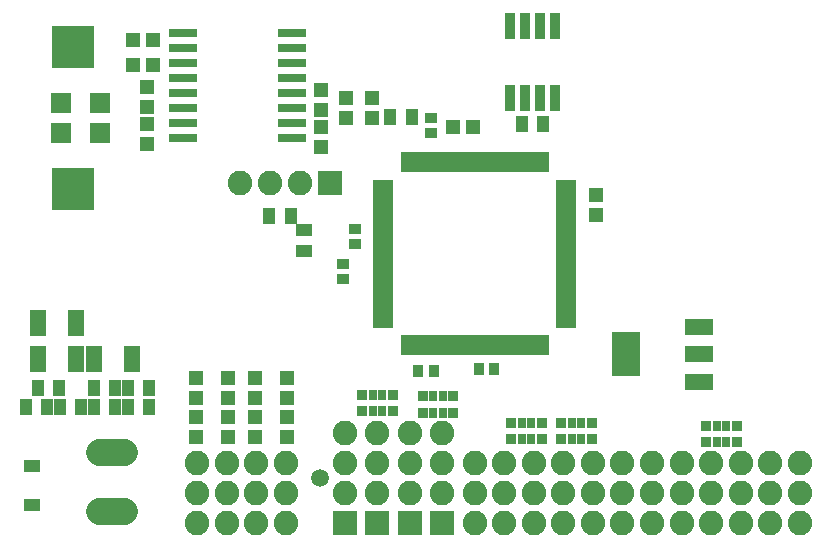
<source format=gbs>
G75*
G70*
%OFA0B0*%
%FSLAX24Y24*%
%IPPOS*%
%LPD*%
%AMOC8*
5,1,8,0,0,1.08239X$1,22.5*
%
%ADD10R,0.0340X0.0880*%
%ADD11R,0.0395X0.0552*%
%ADD12R,0.0552X0.0395*%
%ADD13R,0.0513X0.0474*%
%ADD14R,0.0474X0.0513*%
%ADD15C,0.0820*%
%ADD16R,0.0820X0.0820*%
%ADD17R,0.0671X0.0186*%
%ADD18R,0.0186X0.0671*%
%ADD19R,0.0946X0.0316*%
%ADD20R,0.0682X0.0682*%
%ADD21R,0.1386X0.1386*%
%ADD22R,0.0277X0.0356*%
%ADD23R,0.0356X0.0356*%
%ADD24R,0.0552X0.0867*%
%ADD25C,0.0907*%
%ADD26R,0.0560X0.0438*%
%ADD27R,0.0434X0.0356*%
%ADD28R,0.0356X0.0434*%
%ADD29R,0.0960X0.0560*%
%ADD30R,0.0946X0.1497*%
%ADD31C,0.0595*%
D10*
X016687Y014997D03*
X017187Y014997D03*
X017687Y014997D03*
X018187Y014997D03*
X018187Y017417D03*
X017687Y017417D03*
X017187Y017417D03*
X016687Y017417D03*
D11*
X013412Y014386D03*
X012703Y014386D03*
X017083Y014140D03*
X017792Y014140D03*
X009376Y011089D03*
X008668Y011089D03*
X004652Y005331D03*
X004652Y004691D03*
X003943Y004691D03*
X003520Y004691D03*
X002811Y004691D03*
X002388Y004691D03*
X001679Y004691D03*
X001256Y004691D03*
X000547Y004691D03*
X000941Y005331D03*
X001650Y005331D03*
X002811Y005331D03*
X003520Y005331D03*
X003943Y005331D03*
D12*
X009809Y009898D03*
X009809Y010607D03*
D13*
X014790Y014042D03*
X015459Y014042D03*
X004780Y016109D03*
X004110Y016109D03*
X004110Y016945D03*
X004780Y016945D03*
D14*
X004593Y015360D03*
X004593Y014691D03*
X004593Y014130D03*
X004593Y013461D03*
X010400Y013362D03*
X010400Y014032D03*
X010400Y014593D03*
X011236Y014347D03*
X011236Y015016D03*
X012073Y015016D03*
X012073Y014347D03*
X010400Y015262D03*
X019553Y011768D03*
X019553Y011099D03*
X009268Y005666D03*
X009268Y004996D03*
X009268Y004386D03*
X009268Y003717D03*
X008185Y003717D03*
X008185Y004386D03*
X008185Y004996D03*
X008185Y005666D03*
X007299Y005666D03*
X007299Y004996D03*
X007299Y004386D03*
X007299Y003717D03*
X006217Y003717D03*
X006217Y004386D03*
X006217Y004996D03*
X006217Y005666D03*
D15*
X006266Y002853D03*
X007250Y002853D03*
X008234Y002853D03*
X009219Y002853D03*
X009219Y001853D03*
X008234Y001853D03*
X007250Y001853D03*
X006266Y001853D03*
X006266Y000853D03*
X007250Y000853D03*
X008234Y000853D03*
X009219Y000853D03*
X011187Y001853D03*
X012270Y001853D03*
X013353Y001853D03*
X014435Y001853D03*
X015518Y001853D03*
X016502Y001853D03*
X017486Y001853D03*
X018471Y001853D03*
X019455Y001853D03*
X020439Y001853D03*
X021423Y001853D03*
X022408Y001853D03*
X023392Y001853D03*
X024376Y001853D03*
X025360Y001853D03*
X026345Y001853D03*
X026345Y002853D03*
X025360Y002853D03*
X024376Y002853D03*
X023392Y002853D03*
X022408Y002853D03*
X021423Y002853D03*
X020439Y002853D03*
X019455Y002853D03*
X018471Y002853D03*
X017486Y002853D03*
X016502Y002853D03*
X015518Y002853D03*
X014435Y002853D03*
X014435Y003853D03*
X013353Y003853D03*
X013353Y002853D03*
X012270Y002853D03*
X012270Y003853D03*
X011187Y003853D03*
X011187Y002853D03*
X015518Y000853D03*
X016502Y000853D03*
X017486Y000853D03*
X018471Y000853D03*
X019455Y000853D03*
X020439Y000853D03*
X021423Y000853D03*
X022408Y000853D03*
X023392Y000853D03*
X024376Y000853D03*
X025360Y000853D03*
X026345Y000853D03*
X009695Y012171D03*
X008695Y012171D03*
X007695Y012171D03*
D16*
X010695Y012171D03*
X011187Y000853D03*
X012270Y000853D03*
X013353Y000853D03*
X014435Y000853D03*
D17*
X012467Y007447D03*
X012467Y007644D03*
X012467Y007841D03*
X012467Y008038D03*
X012467Y008234D03*
X012467Y008431D03*
X012467Y008628D03*
X012467Y008825D03*
X012467Y009022D03*
X012467Y009219D03*
X012467Y009416D03*
X012467Y009612D03*
X012467Y009809D03*
X012467Y010006D03*
X012467Y010203D03*
X012467Y010400D03*
X012467Y010597D03*
X012467Y010794D03*
X012467Y010990D03*
X012467Y011187D03*
X012467Y011384D03*
X012467Y011581D03*
X012467Y011778D03*
X012467Y011975D03*
X012467Y012171D03*
X018569Y012171D03*
X018569Y011975D03*
X018569Y011778D03*
X018569Y011581D03*
X018569Y011384D03*
X018569Y011187D03*
X018569Y010990D03*
X018569Y010794D03*
X018569Y010597D03*
X018569Y010400D03*
X018569Y010203D03*
X018569Y010006D03*
X018569Y009809D03*
X018569Y009612D03*
X018569Y009416D03*
X018569Y009219D03*
X018569Y009022D03*
X018569Y008825D03*
X018569Y008628D03*
X018569Y008431D03*
X018569Y008234D03*
X018569Y008038D03*
X018569Y007841D03*
X018569Y007644D03*
X018569Y007447D03*
D18*
X017880Y006758D03*
X017683Y006758D03*
X017486Y006758D03*
X017290Y006758D03*
X017093Y006758D03*
X016896Y006758D03*
X016699Y006758D03*
X016502Y006758D03*
X016305Y006758D03*
X016109Y006758D03*
X015912Y006758D03*
X015715Y006758D03*
X015518Y006758D03*
X015321Y006758D03*
X015124Y006758D03*
X014927Y006758D03*
X014731Y006758D03*
X014534Y006758D03*
X014337Y006758D03*
X014140Y006758D03*
X013943Y006758D03*
X013746Y006758D03*
X013549Y006758D03*
X013353Y006758D03*
X013156Y006758D03*
X013156Y012860D03*
X013353Y012860D03*
X013549Y012860D03*
X013746Y012860D03*
X013943Y012860D03*
X014140Y012860D03*
X014337Y012860D03*
X014534Y012860D03*
X014731Y012860D03*
X014927Y012860D03*
X015124Y012860D03*
X015321Y012860D03*
X015518Y012860D03*
X015715Y012860D03*
X015912Y012860D03*
X016109Y012860D03*
X016305Y012860D03*
X016502Y012860D03*
X016699Y012860D03*
X016896Y012860D03*
X017093Y012860D03*
X017290Y012860D03*
X017486Y012860D03*
X017683Y012860D03*
X017880Y012860D03*
D19*
X009406Y013670D03*
X009406Y014170D03*
X009406Y014670D03*
X009406Y015170D03*
X009406Y015670D03*
X009406Y016170D03*
X009406Y016670D03*
X009406Y017170D03*
X005784Y017170D03*
X005784Y016670D03*
X005784Y016170D03*
X005784Y015670D03*
X005784Y015170D03*
X005784Y014670D03*
X005784Y014170D03*
X005784Y013670D03*
D20*
X003018Y013845D03*
X003018Y014829D03*
X001738Y014829D03*
X001738Y013845D03*
D21*
X002112Y011967D03*
X002112Y016707D03*
D22*
X012112Y005114D03*
X012427Y005114D03*
X012427Y004563D03*
X012112Y004563D03*
X014130Y004514D03*
X014445Y004514D03*
X014445Y005065D03*
X014130Y005065D03*
X017083Y004179D03*
X017398Y004179D03*
X017398Y003628D03*
X017083Y003628D03*
X018756Y003628D03*
X019071Y003628D03*
X019071Y004179D03*
X018756Y004179D03*
X023579Y004081D03*
X023894Y004081D03*
X023894Y003530D03*
X023579Y003530D03*
D23*
X023225Y003530D03*
X023225Y004081D03*
X024248Y004081D03*
X024248Y003530D03*
X019425Y003628D03*
X019425Y004179D03*
X018402Y004179D03*
X017752Y004179D03*
X017752Y003628D03*
X018402Y003628D03*
X016729Y003628D03*
X016729Y004179D03*
X014799Y004514D03*
X014799Y005065D03*
X013776Y005065D03*
X013776Y004514D03*
X012782Y004563D03*
X012782Y005114D03*
X011758Y005114D03*
X011758Y004563D03*
D24*
X004091Y006315D03*
X002831Y006315D03*
X002221Y006315D03*
X002221Y007496D03*
X000961Y007496D03*
X000961Y006315D03*
D25*
X002998Y003215D02*
X003825Y003215D01*
X003825Y001246D02*
X002998Y001246D01*
D26*
X000754Y001439D03*
X000754Y002727D03*
D27*
X011138Y008963D03*
X011138Y009475D03*
X011532Y010144D03*
X011532Y010656D03*
X014042Y013835D03*
X014042Y014347D03*
D28*
X014150Y005921D03*
X013638Y005921D03*
X015656Y005971D03*
X016168Y005971D03*
D29*
X022988Y005553D03*
X022988Y006463D03*
X022988Y007373D03*
D30*
X020548Y006463D03*
D31*
X010351Y002329D03*
M02*

</source>
